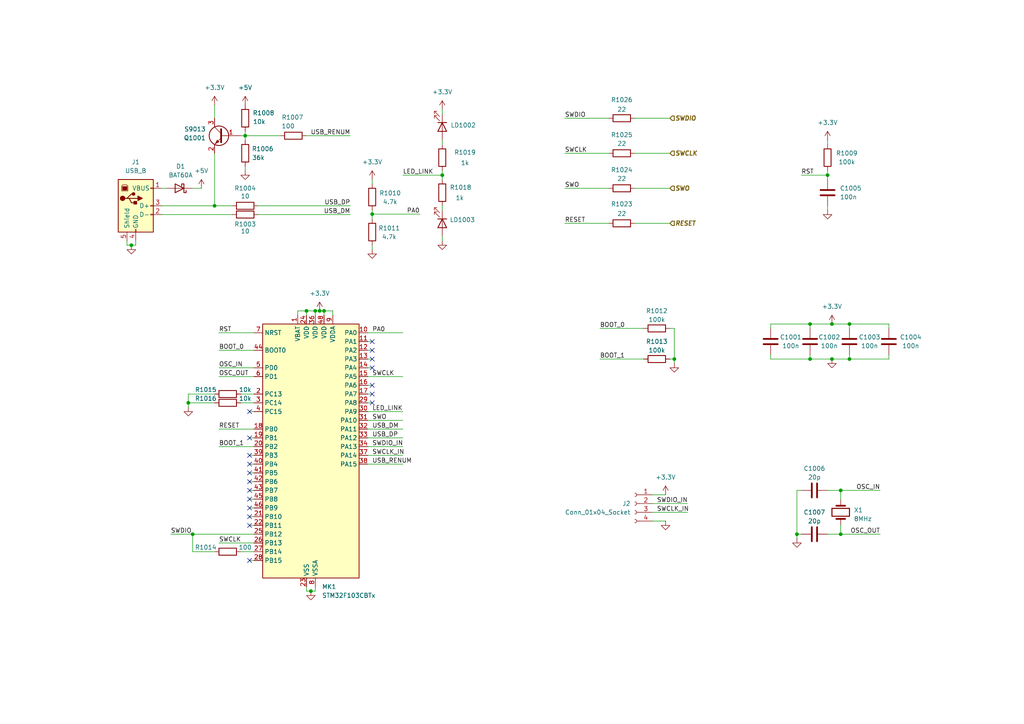
<source format=kicad_sch>
(kicad_sch (version 20250114) (generator "eeschema") (generator_version "9.0")
  (paper "A4")
  (title_block (date "2025-02-17") (comment 1 "STLINK V2.1") (comment 2 "Филимонов С.В.") (comment 3 "Семеренко Д.А.") (comment 4 "Тищенко Л.А."))
  (lib_symbols
    (symbol "Connector:Conn_01x04_Socket" (pin_names (offset 1.016) (hide yes))
      (property "Reference" "J" (at 0 5.08 0))
      (property "Value" "Conn_01x04_Socket" (at 0 -7.62 0))
      (symbol "Conn_01x04_Socket_1_1"
        (polyline (pts (xy -1.27 2.54) (xy -0.508 2.54)) (stroke (width 0.1524)))
        (polyline (pts (xy -1.27 0) (xy -0.508 0)) (stroke (width 0.1524)))
        (polyline (pts (xy -1.27 -2.54) (xy -0.508 -2.54)) (stroke (width 0.1524)))
        (polyline (pts (xy -1.27 -5.08) (xy -0.508 -5.08)) (stroke (width 0.1524)))
        (arc (start 0 2.032) (mid -0.5058 2.54) (end 0 3.048) (stroke (width 0.1524)))
        (arc (start 0 -0.508) (mid -0.5058 0) (end 0 0.508) (stroke (width 0.1524)))
        (arc (start 0 -3.048) (mid -0.5058 -2.54) (end 0 -2.032) (stroke (width 0.1524)))
        (arc (start 0 -5.588) (mid -0.5058 -5.08) (end 0 -4.572) (stroke (width 0.1524)))
        (pin passive line (at -5.08 2.54 0) (length 3.81) (name "Pin_1") (number "1"))
        (pin passive line (at -5.08 0 0) (length 3.81) (name "Pin_2") (number "2"))
        (pin passive line (at -5.08 -2.54 0) (length 3.81) (name "Pin_3") (number "3"))
        (pin passive line (at -5.08 -5.08 0) (length 3.81) (name "Pin_4") (number "4"))
      )
    )
    (symbol "Connector:USB_B" (pin_names (offset 1.016))
      (property "Reference" "J" (at -5.08 11.43 0))
      (property "Value" "USB_B" (at -5.08 8.89 0))
      (symbol "USB_B_0_1"
        (rectangle (start -5.08 -7.62) (end 5.08 7.62) (stroke (width 0.254)) (fill (type background)))
        (polyline (pts (xy -4.064 4.318) (xy -2.286 4.318) (xy -2.286 5.715) (xy -2.667 6.096) (xy -3.683 6.096) (xy -4.064 5.715) (xy -4.064 4.318)))
        (rectangle (start -3.81 5.588) (end -2.54 4.572) (fill (type outline)))
        (circle (center -3.81 2.159) (radius 0.635) (stroke (width 0.254)) (fill (type outline)))
        (polyline (pts (xy -3.175 2.159) (xy -2.54 2.159) (xy -1.27 3.429) (xy -0.635 3.429)) (stroke (width 0.254)))
        (polyline (pts (xy -2.54 2.159) (xy -1.905 2.159) (xy -1.27 0.889) (xy 0 0.889)) (stroke (width 0.254)))
        (polyline (pts (xy -1.905 2.159) (xy 0.635 2.159)) (stroke (width 0.254)))
        (circle (center -0.635 3.429) (radius 0.381) (stroke (width 0.254)) (fill (type outline)))
        (rectangle (start -0.127 -7.62) (end 0.127 -6.858))
        (rectangle (start 0.254 1.27) (end -0.508 0.508) (stroke (width 0.254)) (fill (type outline)))
        (polyline (pts (xy 0.635 2.794) (xy 0.635 1.524) (xy 1.905 2.159) (xy 0.635 2.794)) (stroke (width 0.254)) (fill (type outline)))
        (rectangle (start 5.08 4.953) (end 4.318 5.207))
        (rectangle (start 5.08 -0.127) (end 4.318 0.127))
        (rectangle (start 5.08 -2.667) (end 4.318 -2.413))
      )
      (symbol "USB_B_1_1"
        (pin passive line (at -2.54 -10.16 90) (length 2.54) (name "Shield") (number "5"))
        (pin power_out line (at 0 -10.16 90) (length 2.54) (name "GND") (number "4"))
        (pin power_out line (at 7.62 5.08 180) (length 2.54) (name "VBUS") (number "1"))
        (pin bidirectional line (at 7.62 0 180) (length 2.54) (name "D+") (number "3"))
        (pin bidirectional line (at 7.62 -2.54 180) (length 2.54) (name "D-") (number "2"))
      )
    )
    (symbol "Device:C" (pin_numbers (hide yes)) (pin_names (offset 0.254))
      (property "Reference" "C" (at 0.635 2.54 0))
      (property "Value" "C" (at 0.635 -2.54 0))
      (symbol "C_0_1"
        (polyline (pts (xy -2.032 0.762) (xy 2.032 0.762)) (stroke (width 0.508)))
        (polyline (pts (xy -2.032 -0.762) (xy 2.032 -0.762)) (stroke (width 0.508)))
      )
      (symbol "C_1_1"
        (pin passive line (at 0 3.81 270) (length 2.794) (name "~") (number "1"))
        (pin passive line (at 0 -3.81 90) (length 2.794) (name "~") (number "2"))
      )
    )
    (symbol "Device:Crystal" (pin_numbers (hide yes)) (pin_names (offset 1.016) (hide yes))
      (property "Reference" "Y" (at 0 3.81 0))
      (property "Value" "Crystal" (at 0 -3.81 0))
      (symbol "Crystal_0_1"
        (polyline (pts (xy -2.54 0) (xy -1.905 0)))
        (polyline (pts (xy -1.905 -1.27) (xy -1.905 1.27)) (stroke (width 0.508)))
        (rectangle (start -1.143 2.54) (end 1.143 -2.54) (stroke (width 0.3048)))
        (polyline (pts (xy 1.905 -1.27) (xy 1.905 1.27)) (stroke (width 0.508)))
        (polyline (pts (xy 2.54 0) (xy 1.905 0)))
      )
      (symbol "Crystal_1_1"
        (pin passive line (at -3.81 0 0) (length 1.27) (name "1") (number "1"))
        (pin passive line (at 3.81 0 180) (length 1.27) (name "2") (number "2"))
      )
    )
    (symbol "Device:LED" (pin_numbers (hide yes)) (pin_names (offset 1.016) (hide yes))
      (property "Reference" "D" (at 0 2.54 0))
      (property "Value" "LED" (at 0 -2.54 0))
      (symbol "LED_0_1"
        (polyline (pts (xy -3.048 -0.762) (xy -4.572 -2.286) (xy -3.81 -2.286) (xy -4.572 -2.286) (xy -4.572 -1.524)))
        (polyline (pts (xy -1.778 -0.762) (xy -3.302 -2.286) (xy -2.54 -2.286) (xy -3.302 -2.286) (xy -3.302 -1.524)))
        (polyline (pts (xy -1.27 0) (xy 1.27 0)))
        (polyline (pts (xy -1.27 -1.27) (xy -1.27 1.27)) (stroke (width 0.254)))
        (polyline (pts (xy 1.27 -1.27) (xy 1.27 1.27) (xy -1.27 0) (xy 1.27 -1.27)) (stroke (width 0.254)))
      )
      (symbol "LED_1_1"
        (pin passive line (at -3.81 0 0) (length 2.54) (name "K") (number "1"))
        (pin passive line (at 3.81 0 180) (length 2.54) (name "A") (number "2"))
      )
    )
    (symbol "Device:Q_NPN_BEC" (pin_names (offset 0) (hide yes))
      (property "Reference" "Q" (at 5.08 1.27 0))
      (property "Value" "Q_NPN_BEC" (at 5.08 -1.27 0))
      (symbol "Q_NPN_BEC_0_1"
        (polyline (pts (xy 0.635 1.905) (xy 0.635 -1.905) (xy 0.635 -1.905)) (stroke (width 0.508)))
        (polyline (pts (xy 0.635 0.635) (xy 2.54 2.54)))
        (polyline (pts (xy 0.635 -0.635) (xy 2.54 -2.54) (xy 2.54 -2.54)))
        (circle (center 1.27 0) (radius 2.8194) (stroke (width 0.254)))
        (polyline (pts (xy 1.27 -1.778) (xy 1.778 -1.27) (xy 2.286 -2.286) (xy 1.27 -1.778) (xy 1.27 -1.778)) (fill (type outline)))
      )
      (symbol "Q_NPN_BEC_1_1"
        (pin input line (at -5.08 0 0) (length 5.715) (name "B") (number "1"))
        (pin passive line (at 2.54 5.08 270) (length 2.54) (name "C") (number "3"))
        (pin passive line (at 2.54 -5.08 90) (length 2.54) (name "E") (number "2"))
      )
    )
    (symbol "Device:R" (pin_numbers (hide yes)) (pin_names (offset 0))
      (property "Reference" "R" (at 2.032 0 90))
      (property "Value" "R" (at 0 0 90))
      (symbol "R_0_1"
        (rectangle (start -1.016 -2.54) (end 1.016 2.54) (stroke (width 0.254)))
      )
      (symbol "R_1_1"
        (pin passive line (at 0 3.81 270) (length 1.27) (name "~") (number "1"))
        (pin passive line (at 0 -3.81 90) (length 1.27) (name "~") (number "2"))
      )
    )
    (symbol "Diode:BAT60A" (pin_numbers (hide yes)) (pin_names (offset 1.016) (hide yes))
      (property "Reference" "D" (at 0 2.54 0))
      (property "Value" "BAT60A" (at 0 -2.54 0))
      (symbol "BAT60A_0_1"
        (polyline (pts (xy -1.905 0.635) (xy -1.905 1.27) (xy -1.27 1.27) (xy -1.27 -1.27) (xy -0.635 -1.27) (xy -0.635 -0.635)) (stroke (width 0.254)))
        (polyline (pts (xy 1.27 1.27) (xy 1.27 -1.27) (xy -1.27 0) (xy 1.27 1.27)) (stroke (width 0.254)))
        (polyline (pts (xy 1.27 0) (xy -1.27 0)))
      )
      (symbol "BAT60A_1_1"
        (pin passive line (at -3.81 0 0) (length 2.54) (name "K") (number "1"))
        (pin passive line (at 3.81 0 180) (length 2.54) (name "A") (number "2"))
      )
    )
    (symbol "MCU_ST_STM32F1:STM32F103CBTx"
      (property "Reference" "U" (at -12.7 39.37 0))
      (property "Value" "STM32F103CBTx" (at 10.16 39.37 0))
      (symbol "STM32F103CBTx_0_1"
        (rectangle (start -12.7 -35.56) (end 15.24 38.1) (stroke (width 0.254)) (fill (type background)))
      )
      (symbol "STM32F103CBTx_1_1"
        (pin input line (at -15.24 35.56 0) (length 2.54) (name "NRST") (number "7"))
        (pin input line (at -15.24 30.48 0) (length 2.54) (name "BOOT0") (number "44"))
        (pin bidirectional line (at -15.24 25.4 0) (length 2.54) (name "PD0") (number "5"))
        (pin bidirectional line (at -15.24 22.86 0) (length 2.54) (name "PD1") (number "6"))
        (pin bidirectional line (at -15.24 17.78 0) (length 2.54) (name "PC13") (number "2"))
        (pin bidirectional line (at -15.24 15.24 0) (length 2.54) (name "PC14") (number "3"))
        (pin bidirectional line (at -15.24 12.7 0) (length 2.54) (name "PC15") (number "4"))
        (pin bidirectional line (at -15.24 7.62 0) (length 2.54) (name "PB0") (number "18"))
        (pin bidirectional line (at -15.24 5.08 0) (length 2.54) (name "PB1") (number "19"))
        (pin bidirectional line (at -15.24 2.54 0) (length 2.54) (name "PB2") (number "20"))
        (pin bidirectional line (at -15.24 0 0) (length 2.54) (name "PB3") (number "39"))
        (pin bidirectional line (at -15.24 -2.54 0) (length 2.54) (name "PB4") (number "40"))
        (pin bidirectional line (at -15.24 -5.08 0) (length 2.54) (name "PB5") (number "41"))
        (pin bidirectional line (at -15.24 -7.62 0) (length 2.54) (name "PB6") (number "42"))
        (pin bidirectional line (at -15.24 -10.16 0) (length 2.54) (name "PB7") (number "43"))
        (pin bidirectional line (at -15.24 -12.7 0) (length 2.54) (name "PB8") (number "45"))
        (pin bidirectional line (at -15.24 -15.24 0) (length 2.54) (name "PB9") (number "46"))
        (pin bidirectional line (at -15.24 -17.78 0) (length 2.54) (name "PB10") (number "21"))
        (pin bidirectional line (at -15.24 -20.32 0) (length 2.54) (name "PB11") (number "22"))
        (pin bidirectional line (at -15.24 -22.86 0) (length 2.54) (name "PB12") (number "25"))
        (pin bidirectional line (at -15.24 -25.4 0) (length 2.54) (name "PB13") (number "26"))
        (pin bidirectional line (at -15.24 -27.94 0) (length 2.54) (name "PB14") (number "27"))
        (pin bidirectional line (at -15.24 -30.48 0) (length 2.54) (name "PB15") (number "28"))
        (pin power_in line (at -2.54 40.64 270) (length 2.54) (name "VBAT") (number "1"))
        (pin power_in line (at 0 40.64 270) (length 2.54) (name "VDD") (number "24"))
        (pin power_in line (at 0 -38.1 90) (length 2.54) (name "VSS") (number "23"))
        (pin passive line (at 0 -38.1 90) (length 2.54) (hide yes) (name "VSS") (number "35"))
        (pin passive line (at 0 -38.1 90) (length 2.54) (hide yes) (name "VSS") (number "47"))
        (pin power_in line (at 2.54 40.64 270) (length 2.54) (name "VDD") (number "36"))
        (pin power_in line (at 2.54 -38.1 90) (length 2.54) (name "VSSA") (number "8"))
        (pin power_in line (at 5.08 40.64 270) (length 2.54) (name "VDD") (number "48"))
        (pin power_in line (at 7.62 40.64 270) (length 2.54) (name "VDDA") (number "9"))
        (pin bidirectional line (at 17.78 35.56 180) (length 2.54) (name "PA0") (number "10"))
        (pin bidirectional line (at 17.78 33.02 180) (length 2.54) (name "PA1") (number "11"))
        (pin bidirectional line (at 17.78 30.48 180) (length 2.54) (name "PA2") (number "12"))
        (pin bidirectional line (at 17.78 27.94 180) (length 2.54) (name "PA3") (number "13"))
        (pin bidirectional line (at 17.78 25.4 180) (length 2.54) (name "PA4") (number "14"))
        (pin bidirectional line (at 17.78 22.86 180) (length 2.54) (name "PA5") (number "15"))
        (pin bidirectional line (at 17.78 20.32 180) (length 2.54) (name "PA6") (number "16"))
        (pin bidirectional line (at 17.78 17.78 180) (length 2.54) (name "PA7") (number "17"))
        (pin bidirectional line (at 17.78 15.24 180) (length 2.54) (name "PA8") (number "29"))
        (pin bidirectional line (at 17.78 12.7 180) (length 2.54) (name "PA9") (number "30"))
        (pin bidirectional line (at 17.78 10.16 180) (length 2.54) (name "PA10") (number "31"))
        (pin bidirectional line (at 17.78 7.62 180) (length 2.54) (name "PA11") (number "32"))
        (pin bidirectional line (at 17.78 5.08 180) (length 2.54) (name "PA12") (number "33"))
        (pin bidirectional line (at 17.78 2.54 180) (length 2.54) (name "PA13") (number "34"))
        (pin bidirectional line (at 17.78 0 180) (length 2.54) (name "PA14") (number "37"))
        (pin bidirectional line (at 17.78 -2.54 180) (length 2.54) (name "PA15") (number "38"))
      )
    )
    (symbol "power:+3.3V" (power) (pin_numbers (hide yes)) (pin_names (offset 0) (hide yes))
      (property "Value" "+3.3V" (at 0 3.556 0))
      (symbol "+3.3V_0_1"
        (polyline (pts (xy -0.762 1.27) (xy 0 2.54)))
        (polyline (pts (xy 0 2.54) (xy 0.762 1.27)))
        (polyline (pts (xy 0 0) (xy 0 2.54)))
      )
      (symbol "+3.3V_1_1"
        (pin power_in line (at 0 0 90) (length 0) (name "~") (number "1"))
      )
    )
    (symbol "power:+5V" (power) (pin_numbers (hide yes)) (pin_names (offset 0) (hide yes))
      (property "Value" "+5V" (at 0 3.556 0))
      (symbol "+5V_0_1"
        (polyline (pts (xy -0.762 1.27) (xy 0 2.54)))
        (polyline (pts (xy 0 2.54) (xy 0.762 1.27)))
        (polyline (pts (xy 0 0) (xy 0 2.54)))
      )
      (symbol "+5V_1_1"
        (pin power_in line (at 0 0 90) (length 0) (name "~") (number "1"))
      )
    )
    (symbol "power:GND" (power) (pin_numbers (hide yes)) (pin_names (offset 0) (hide yes))
      (property "Value" "GND" (at 0 -3.81 0))
      (symbol "GND_0_1"
        (polyline (pts (xy 0 0) (xy 0 -1.27) (xy 1.27 -1.27) (xy 0 -2.54) (xy -1.27 -1.27) (xy 0 -1.27)))
      )
      (symbol "GND_1_1"
        (pin power_in line (at 0 0 270) (length 0) (name "~") (number "1"))
      )
    )
  )
  (junction (at 90.17 171.45))
  (junction (at 234.95 104.14))
  (junction (at 195.58 104.14))
  (junction (at 91.44 90.17))
  (junction (at 246.38 93.98))
  (junction (at 234.95 93.98))
  (junction (at 92.71 90.17))
  (junction (at 71.12 39.37))
  (junction (at 241.3 104.14))
  (junction (at 240.03 50.8))
  (junction (at 54.61 116.84))
  (junction (at 62.23 59.69))
  (junction (at 243.84 154.94))
  (junction (at 231.14 154.94))
  (junction (at 38.1 71.12))
  (junction (at 55.88 154.94))
  (junction (at 243.84 142.24))
  (junction (at 88.9 90.17))
  (junction (at 107.95 62.103))
  (junction (at 128.27 50.8))
  (junction (at 241.3 93.98))
  (junction (at 246.38 104.14))
  (junction (at 93.98 90.17))
  (no_connect (at 107.95 114.3))
  (no_connect (at 72.39 137.16))
  (no_connect (at 72.39 152.4))
  (no_connect (at 107.95 111.76))
  (no_connect (at 107.95 104.14))
  (no_connect (at 72.39 162.56))
  (no_connect (at 72.39 142.24))
  (no_connect (at 72.39 139.7))
  (no_connect (at 72.39 132.08))
  (no_connect (at 72.39 147.32))
  (no_connect (at 72.39 134.62))
  (no_connect (at 72.39 127))
  (no_connect (at 72.39 119.38))
  (no_connect (at 107.95 106.68))
  (no_connect (at 107.95 101.6))
  (no_connect (at 72.39 149.86))
  (no_connect (at 107.95 116.84))
  (no_connect (at 72.39 144.78))
  (no_connect (at 107.95 99.06))
  (wire (pts (xy 240.03 154.94) (xy 243.84 154.94)))
  (wire (pts (xy 36.83 69.85) (xy 36.83 71.12)))
  (wire (pts (xy 234.95 93.98) (xy 241.3 93.98)))
  (wire (pts (xy 86.36 90.17) (xy 86.36 91.44)))
  (wire (pts (xy 46.99 59.69) (xy 62.23 59.69)))
  (wire (pts (xy 189.23 148.59) (xy 199.39 148.59)))
  (wire (pts (xy 128.27 40.64) (xy 128.27 41.91)))
  (wire (pts (xy 72.39 139.7) (xy 73.66 139.7)))
  (wire (pts (xy 195.58 104.14) (xy 195.58 105.41)))
  (wire (pts (xy 231.14 154.94) (xy 231.14 156.21)))
  (wire (pts (xy 128.27 50.8) (xy 128.27 52.07)))
  (wire (pts (xy 128.27 59.69) (xy 128.27 60.96)))
  (wire (pts (xy 106.68 99.06) (xy 107.95 99.06)))
  (wire (pts (xy 246.38 104.14) (xy 257.81 104.14)))
  (wire (pts (xy 54.61 114.3) (xy 54.61 116.84)))
  (wire (pts (xy 106.68 119.38) (xy 116.84 119.38)))
  (wire (pts (xy 106.68 134.62) (xy 116.84 134.62)))
  (wire (pts (xy 128.27 49.53) (xy 128.27 50.8)))
  (wire (pts (xy 232.41 50.8) (xy 240.03 50.8)))
  (wire (pts (xy 72.39 162.56) (xy 73.66 162.56)))
  (wire (pts (xy 257.81 93.98) (xy 257.81 95.25)))
  (wire (pts (xy 116.84 50.8) (xy 128.27 50.8)))
  (wire (pts (xy 92.71 90.17) (xy 93.98 90.17)))
  (wire (pts (xy 106.68 127) (xy 116.84 127)))
  (wire (pts (xy 54.61 116.84) (xy 62.23 116.84)))
  (wire (pts (xy 72.39 119.38) (xy 73.66 119.38)))
  (wire (pts (xy 232.41 142.24) (xy 231.14 142.24)))
  (wire (pts (xy 106.68 104.14) (xy 107.95 104.14)))
  (wire (pts (xy 243.84 154.94) (xy 243.84 152.4)))
  (wire (pts (xy 91.44 170.18) (xy 91.44 171.45)))
  (wire (pts (xy 195.58 95.25) (xy 195.58 104.14)))
  (wire (pts (xy 88.9 90.17) (xy 91.44 90.17)))
  (wire (pts (xy 243.84 142.24) (xy 255.27 142.24)))
  (wire (pts (xy 240.03 50.8) (xy 240.03 52.07)))
  (wire (pts (xy 223.52 104.14) (xy 234.95 104.14)))
  (wire (pts (xy 163.83 44.45) (xy 176.53 44.45)))
  (wire (pts (xy 71.12 39.37) (xy 71.12 40.64)))
  (wire (pts (xy 163.83 64.77) (xy 176.53 64.77)))
  (wire (pts (xy 72.39 127) (xy 73.66 127)))
  (wire (pts (xy 69.85 160.02) (xy 73.66 160.02)))
  (wire (pts (xy 71.12 48.26) (xy 71.12 49.53)))
  (wire (pts (xy 69.85 114.3) (xy 73.66 114.3)))
  (wire (pts (xy 223.52 95.25) (xy 223.52 93.98)))
  (wire (pts (xy 107.95 62.103) (xy 107.95 63.5)))
  (wire (pts (xy 38.1 71.12) (xy 39.37 71.12)))
  (wire (pts (xy 257.81 104.14) (xy 257.81 102.87)))
  (wire (pts (xy 72.39 132.08) (xy 73.66 132.08)))
  (wire (pts (xy 91.44 90.17) (xy 92.71 90.17)))
  (wire (pts (xy 184.15 54.61) (xy 194.31 54.61)))
  (wire (pts (xy 93.98 90.17) (xy 96.52 90.17)))
  (wire (pts (xy 173.99 104.14) (xy 186.69 104.14)))
  (wire (pts (xy 96.52 90.17) (xy 96.52 91.44)))
  (wire (pts (xy 189.23 143.51) (xy 193.04 143.51)))
  (wire (pts (xy 54.61 116.84) (xy 54.61 118.11)))
  (wire (pts (xy 106.68 109.22) (xy 116.84 109.22)))
  (wire (pts (xy 106.68 116.84) (xy 107.95 116.84)))
  (wire (pts (xy 72.39 142.24) (xy 73.66 142.24)))
  (wire (pts (xy 189.23 146.05) (xy 199.39 146.05)))
  (wire (pts (xy 72.39 134.62) (xy 73.66 134.62)))
  (wire (pts (xy 106.68 114.3) (xy 107.95 114.3)))
  (wire (pts (xy 194.31 95.25) (xy 195.58 95.25)))
  (wire (pts (xy 234.95 102.87) (xy 234.95 104.14)))
  (wire (pts (xy 234.95 104.14) (xy 241.3 104.14)))
  (wire (pts (xy 63.5 124.46) (xy 73.66 124.46)))
  (wire (pts (xy 74.93 62.23) (xy 101.6 62.23)))
  (wire (pts (xy 90.17 171.45) (xy 91.44 171.45)))
  (wire (pts (xy 223.52 93.98) (xy 234.95 93.98)))
  (wire (pts (xy 71.12 38.1) (xy 71.12 39.37)))
  (wire (pts (xy 86.36 90.17) (xy 88.9 90.17)))
  (wire (pts (xy 69.85 116.84) (xy 73.66 116.84)))
  (wire (pts (xy 241.3 104.14) (xy 246.38 104.14)))
  (wire (pts (xy 106.68 101.6) (xy 107.95 101.6)))
  (wire (pts (xy 128.27 31.75) (xy 128.27 33.02)))
  (wire (pts (xy 246.38 102.87) (xy 246.38 104.14)))
  (wire (pts (xy 69.85 39.37) (xy 71.12 39.37)))
  (wire (pts (xy 63.5 101.6) (xy 73.66 101.6)))
  (wire (pts (xy 106.68 124.46) (xy 116.84 124.46)))
  (wire (pts (xy 106.68 121.92) (xy 116.84 121.92)))
  (wire (pts (xy 184.15 44.45) (xy 194.31 44.45)))
  (wire (pts (xy 36.83 71.12) (xy 38.1 71.12)))
  (wire (pts (xy 184.15 34.29) (xy 194.31 34.29)))
  (wire (pts (xy 240.03 49.53) (xy 240.03 50.8)))
  (wire (pts (xy 184.15 64.77) (xy 194.31 64.77)))
  (wire (pts (xy 107.95 60.96) (xy 107.95 62.103)))
  (wire (pts (xy 46.99 62.23) (xy 67.31 62.23)))
  (wire (pts (xy 121.793 62.103) (xy 107.95 62.103)))
  (wire (pts (xy 63.5 157.48) (xy 73.66 157.48)))
  (wire (pts (xy 231.14 154.94) (xy 232.41 154.94)))
  (wire (pts (xy 223.52 102.87) (xy 223.52 104.14)))
  (wire (pts (xy 88.9 170.18) (xy 88.9 171.45)))
  (wire (pts (xy 106.68 132.08) (xy 116.84 132.08)))
  (wire (pts (xy 88.9 171.45) (xy 90.17 171.45)))
  (wire (pts (xy 241.3 93.98) (xy 246.38 93.98)))
  (wire (pts (xy 240.03 40.64) (xy 240.03 41.91)))
  (wire (pts (xy 63.5 129.54) (xy 73.66 129.54)))
  (wire (pts (xy 74.93 59.69) (xy 101.6 59.69)))
  (wire (pts (xy 91.44 90.17) (xy 91.44 91.44)))
  (wire (pts (xy 243.84 142.24) (xy 243.84 144.78)))
  (wire (pts (xy 63.5 109.22) (xy 73.66 109.22)))
  (wire (pts (xy 55.88 154.94) (xy 55.88 160.02)))
  (wire (pts (xy 88.9 39.37) (xy 101.6 39.37)))
  (wire (pts (xy 106.68 111.76) (xy 107.95 111.76)))
  (wire (pts (xy 128.27 68.58) (xy 128.27 69.85)))
  (wire (pts (xy 240.03 142.24) (xy 243.84 142.24)))
  (wire (pts (xy 39.37 69.85) (xy 39.37 71.12)))
  (wire (pts (xy 246.38 93.98) (xy 257.81 93.98)))
  (wire (pts (xy 106.68 96.52) (xy 116.84 96.52)))
  (wire (pts (xy 106.68 129.54) (xy 116.84 129.54)))
  (wire (pts (xy 63.5 106.68) (xy 73.66 106.68)))
  (wire (pts (xy 88.9 90.17) (xy 88.9 91.44)))
  (wire (pts (xy 163.83 34.29) (xy 176.53 34.29)))
  (wire (pts (xy 55.88 54.61) (xy 58.42 54.61)))
  (wire (pts (xy 231.14 142.24) (xy 231.14 154.94)))
  (wire (pts (xy 107.95 71.12) (xy 107.95 72.39)))
  (wire (pts (xy 46.99 54.61) (xy 48.26 54.61)))
  (wire (pts (xy 246.38 93.98) (xy 246.38 95.25)))
  (wire (pts (xy 240.03 59.69) (xy 240.03 60.96)))
  (wire (pts (xy 55.88 154.94) (xy 73.66 154.94)))
  (wire (pts (xy 189.23 151.13) (xy 193.04 151.13)))
  (wire (pts (xy 54.61 114.3) (xy 62.23 114.3)))
  (wire (pts (xy 72.39 137.16) (xy 73.66 137.16)))
  (wire (pts (xy 107.95 52.07) (xy 107.95 53.34)))
  (wire (pts (xy 72.39 147.32) (xy 73.66 147.32)))
  (wire (pts (xy 72.39 152.4) (xy 73.66 152.4)))
  (wire (pts (xy 62.23 59.69) (xy 67.31 59.69)))
  (wire (pts (xy 93.98 90.17) (xy 93.98 91.44)))
  (wire (pts (xy 173.99 95.25) (xy 186.69 95.25)))
  (wire (pts (xy 243.84 154.94) (xy 255.27 154.94)))
  (wire (pts (xy 55.88 160.02) (xy 62.23 160.02)))
  (wire (pts (xy 163.83 54.61) (xy 176.53 54.61)))
  (wire (pts (xy 234.95 93.98) (xy 234.95 95.25)))
  (wire (pts (xy 62.23 30.48) (xy 62.23 34.29)))
  (wire (pts (xy 63.5 96.52) (xy 73.66 96.52)))
  (wire (pts (xy 49.53 154.94) (xy 55.88 154.94)))
  (wire (pts (xy 72.39 144.78) (xy 73.66 144.78)))
  (wire (pts (xy 106.68 106.68) (xy 107.95 106.68)))
  (wire (pts (xy 62.23 44.45) (xy 62.23 59.69)))
  (wire (pts (xy 71.12 39.37) (xy 81.28 39.37)))
  (wire (pts (xy 72.39 149.86) (xy 73.66 149.86)))
  (wire (pts (xy 194.31 104.14) (xy 195.58 104.14)))
  (label "SWCLK_IN" (at 190.5 148.59 0))
  (label "SWCLK" (at 63.5 157.48 0))
  (label "OSC_OUT" (at 63.5 109.22 0))
  (label "USB_DP" (at 107.95 127 0))
  (label "RESET" (at 63.5 124.46 0))
  (label "OSC_OUT" (at 255.27 154.94 180))
  (label "PA0" (at 107.95 96.52 0))
  (label "RESET" (at 163.83 64.77 0))
  (label "USB_RENUM" (at 101.6 39.37 180))
  (label "RST" (at 63.5 96.52 0))
  (label "BOOT_0" (at 173.99 95.25 0))
  (label "USB_DM" (at 101.6 62.23 180))
  (label "RST" (at 232.41 50.8 0))
  (label "BOOT_1" (at 173.99 104.14 0))
  (label "SWDIO" (at 49.53 154.94 0))
  (label "SWCLK" (at 107.95 109.22 0))
  (label "SWDIO_IN" (at 107.95 129.54 0))
  (label "LED_LINK" (at 116.84 50.8 0))
  (label "USB_DM" (at 107.95 124.46 0))
  (label "OSC_IN" (at 255.27 142.24 180))
  (label "SWCLK_IN" (at 107.95 132.08 0))
  (label "SWDIO" (at 163.83 34.29 0))
  (label "OSC_IN" (at 63.5 106.68 0))
  (label "SWO" (at 163.83 54.61 0))
  (label "USB_RENUM" (at 107.95 134.62 0))
  (label "LED_LINK" (at 107.95 119.38 0))
  (label "BOOT_0" (at 63.5 101.6 0))
  (label "USB_DP" (at 101.6 59.69 180))
  (label "PA0" (at 117.983 62.103 0))
  (label "SWO" (at 107.95 121.92 0))
  (label "SWCLK" (at 163.83 44.45 0))
  (label "SWDIO_IN" (at 190.5 146.05 0))
  (label "BOOT_1" (at 63.5 129.54 0))
  (hierarchical_label "RESET" (shape input) (at 194.31 64.77 0) (effects (font (bold yes) (italic yes))))
  (hierarchical_label "SWO" (shape input) (at 194.31 54.61 0) (effects (font (bold yes) (italic yes))))
  (hierarchical_label "SWDIO" (shape input) (at 194.31 34.29 0) (effects (font (bold yes) (italic yes))))
  (hierarchical_label "SWCLK" (shape input) (at 194.31 44.45 0) (effects (font (bold yes) (italic yes))))
  (symbol (lib_id "Connector:Conn_01x04_Socket") (at 184.15 146.05 0) (mirror y) (unit 1)
    (property "Reference" "J2" (at 182.88 146.0499 0) (effects (justify left)))
    (property "Value" "Conn_01x04_Socket" (at 182.88 148.5899 0) (effects (justify left)))
    (property "Description" "Generic connector, single row, 01x04, script generated" (effects (hide yes)))
  )
  (symbol (lib_id "Connector:USB_B") (at 39.37 59.69 0) (unit 1)
    (property "Reference" "J1" (at 39.37 46.99 0))
    (property "Value" "USB_B" (at 39.37 49.53 0))
    (property "Footprint" "Connector_USB:USB_B_OST_USB-B1HSxx_Horizontal" (effects (hide yes)))
    (property "Description" "USB Type B connector" (effects (hide yes)))
  )
  (symbol (lib_id "power:+3.3V") (at 240.03 40.64 0) (unit 1)
    (property "Reference" "#PWR022" (effects (hide yes)))
    (property "Value" "+3.3V" (at 240.03 35.56 0))
    (property "Description" "Power symbol creates a global label with name \"+3.3V\"" (effects (hide yes)))
  )
  (symbol (lib_id "Device:C") (at 236.22 154.94 90) (unit 1)
    (property "Reference" "C1007" (at 236.22 148.59 90))
    (property "Value" "20p" (at 236.22 151.13 90))
    (property "Footprint" "Capacitor_SMD:C_1206_3216Metric_Pad1.33x1.80mm_HandSolder" (effects (hide yes)))
  )
  (symbol (lib_id "Device:R") (at 71.12 34.29 180) (unit 1)
    (property "Reference" "R1008" (at 76.454 32.766 0))
    (property "Value" "10k" (at 75.184 35.306 0))
    (property "Footprint" "Resistor_SMD:R_1206_3216Metric_Pad1.30x1.75mm_HandSolder" (effects (hide yes)))
  )
  (symbol (lib_id "power:+5V") (at 71.12 30.48 0) (unit 1)
    (property "Reference" "#PWR010" (effects (hide yes)))
    (property "Value" "+5V" (at 71.12 25.4 0))
    (property "Description" "Power symbol creates a global label with name \"+5V\"" (effects (hide yes)))
  )
  (symbol (lib_id "Device:R") (at 66.04 160.02 90) (unit 1)
    (property "Reference" "R1014" (at 59.69 158.75 90))
    (property "Value" "100" (at 71.12 158.75 90))
    (property "Footprint" "Resistor_SMD:R_1206_3216Metric_Pad1.30x1.75mm_HandSolder" (effects (hide yes)))
  )
  (symbol (lib_id "power:+3.3V") (at 241.3 93.98 0) (unit 1)
    (property "Reference" "#PWR020" (effects (hide yes)))
    (property "Value" "+3.3V" (at 241.3 88.9 0))
    (property "Description" "Power symbol creates a global label with name \"+3.3V\"" (effects (hide yes)))
  )
  (symbol (lib_id "Device:R") (at 107.95 67.31 0) (unit 1)
    (property "Reference" "R1011" (at 112.903 66.167 0))
    (property "Value" "4.7k" (at 112.903 68.707 0))
    (property "Footprint" "Resistor_SMD:R_1206_3216Metric_Pad1.30x1.75mm_HandSolder" (effects (hide yes)))
  )
  (symbol (lib_id "power:+3.3V") (at 62.23 30.48 0) (unit 1)
    (property "Reference" "#PWR011" (effects (hide yes)))
    (property "Value" "+3.3V" (at 62.23 25.4 0))
    (property "Description" "Power symbol creates a global label with name \"+3.3V\"" (effects (hide yes)))
  )
  (symbol (lib_id "power:GND") (at 107.95 72.39 0) (unit 1)
    (property "Reference" "#PWR017" (effects (hide yes)))
    (property "Value" "GND" (effects (hide yes)))
    (property "Description" "Power symbol creates a global label with name \"GND\" , ground" (effects (hide yes)))
  )
  (symbol (lib_id "power:GND") (at 128.27 69.85 0) (unit 1)
    (property "Reference" "#PWR015" (effects (hide yes)))
    (property "Value" "GND" (effects (hide yes)))
    (property "Description" "Power symbol creates a global label with name \"GND\" , ground" (effects (hide yes)))
  )
  (symbol (lib_id "Device:R") (at 66.04 114.3 90) (unit 1)
    (property "Reference" "R1015" (at 59.69 113.03 90))
    (property "Value" "10k" (at 71.12 113.03 90))
    (property "Footprint" "Resistor_SMD:R_1206_3216Metric_Pad1.30x1.75mm_HandSolder" (effects (hide yes)))
  )
  (symbol (lib_id "Device:R") (at 71.12 62.23 90) (unit 1)
    (property "Reference" "R1003" (at 71.12 65.024 90))
    (property "Value" "10" (at 71.12 67.056 90))
    (property "Footprint" "Resistor_SMD:R_1206_3216Metric_Pad1.30x1.75mm_HandSolder" (effects (hide yes)))
  )
  (symbol (lib_id "power:GND") (at 231.14 156.21 0) (unit 1)
    (property "Reference" "#PWR018" (effects (hide yes)))
    (property "Value" "GND" (effects (hide yes)))
    (property "Description" "Power symbol creates a global label with name \"GND\" , ground" (effects (hide yes)))
  )
  (symbol (lib_id "power:GND") (at 195.58 105.41 0) (unit 1)
    (property "Reference" "#PWR019" (effects (hide yes)))
    (property "Value" "GND" (effects (hide yes)))
    (property "Description" "Power symbol creates a global label with name \"GND\" , ground" (effects (hide yes)))
  )
  (symbol (lib_id "Device:R") (at 85.09 39.37 90) (unit 1)
    (property "Reference" "R1007" (at 84.836 34.036 90))
    (property "Value" "100" (at 83.566 36.576 90))
    (property "Footprint" "Resistor_SMD:R_1206_3216Metric_Pad1.30x1.75mm_HandSolder" (effects (hide yes)))
  )
  (symbol (lib_id "Device:R") (at 180.34 64.77 90) (unit 1)
    (property "Reference" "R1023" (at 180.34 59.182 90))
    (property "Value" "22" (at 180.34 61.976 90))
    (property "Footprint" "Resistor_SMD:R_1206_3216Metric_Pad1.30x1.75mm_HandSolder" (effects (hide yes)))
  )
  (symbol (lib_id "Device:LED") (at 128.27 36.83 270) (unit 1)
    (property "Reference" "LD1002" (at 134.366 36.322 90))
    (property "Value" "RED" (effects (hide yes)))
    (property "Footprint" "LED_SMD:LED_1206_3216Metric_Pad1.42x1.75mm_HandSolder" (effects (hide yes)))
  )
  (symbol (lib_id "Device:C") (at 246.38 99.06 180) (unit 1)
    (property "Reference" "C1003" (at 252.222 97.79 0))
    (property "Value" "100n" (at 252.222 100.33 0))
    (property "Footprint" "Capacitor_SMD:C_1206_3216Metric_Pad1.33x1.80mm_HandSolder" (effects (hide yes)))
  )
  (symbol (lib_id "Device:R") (at 128.27 45.72 0) (unit 1)
    (property "Reference" "R1019" (at 134.874 44.196 0))
    (property "Value" "1k" (at 134.874 47.244 0))
    (property "Footprint" "Resistor_SMD:R_1206_3216Metric_Pad1.30x1.75mm_HandSolder" (effects (hide yes)))
  )
  (symbol (lib_id "power:GND") (at 38.1 71.12 0) (unit 1)
    (property "Reference" "#PWR013" (effects (hide yes)))
    (property "Value" "GND" (effects (hide yes)))
    (property "Description" "Power symbol creates a global label with name \"GND\" , ground" (effects (hide yes)))
  )
  (symbol (lib_id "power:+3.3V") (at 92.71 90.17 0) (unit 1)
    (property "Reference" "#PWR026" (effects (hide yes)))
    (property "Value" "+3.3V" (at 92.71 85.09 0))
    (property "Description" "Power symbol creates a global label with name \"+3.3V\"" (effects (hide yes)))
  )
  (symbol (lib_id "Device:R") (at 180.34 34.29 90) (unit 1)
    (property "Reference" "R1026" (at 180.34 28.956 90))
    (property "Value" "22" (at 180.34 31.75 90))
    (property "Footprint" "Resistor_SMD:R_1206_3216Metric_Pad1.30x1.75mm_HandSolder" (effects (hide yes)))
  )
  (symbol (lib_id "power:GND") (at 90.17 171.45 0) (unit 1)
    (property "Reference" "#PWR027" (effects (hide yes)))
    (property "Value" "GND" (effects (hide yes)))
    (property "Description" "Power symbol creates a global label with name \"GND\" , ground" (effects (hide yes)))
  )
  (symbol (lib_id "power:GND") (at 240.03 60.96 0) (unit 1)
    (property "Reference" "#PWR023" (effects (hide yes)))
    (property "Value" "GND" (effects (hide yes)))
    (property "Description" "Power symbol creates a global label with name \"GND\" , ground" (effects (hide yes)))
  )
  (symbol (lib_id "Device:R") (at 71.12 59.69 90) (unit 1)
    (property "Reference" "R1004" (at 71.12 54.61 90))
    (property "Value" "10" (at 71.12 56.896 90))
    (property "Footprint" "Resistor_SMD:R_1206_3216Metric_Pad1.30x1.75mm_HandSolder" (effects (hide yes)))
  )
  (symbol (lib_id "Device:C") (at 257.81 99.06 180) (unit 1)
    (property "Reference" "C1004" (at 264.16 97.79 0))
    (property "Value" "100n" (at 264.16 100.33 0))
    (property "Footprint" "Capacitor_SMD:C_1206_3216Metric_Pad1.33x1.80mm_HandSolder" (effects (hide yes)))
  )
  (symbol (lib_id "Device:R") (at 71.12 44.45 0) (unit 1)
    (property "Reference" "R1006" (at 76.2 43.18 0))
    (property "Value" "36k" (at 74.93 45.72 0))
    (property "Footprint" "Resistor_SMD:R_1206_3216Metric_Pad1.30x1.75mm_HandSolder" (effects (hide yes)))
  )
  (symbol (lib_id "Device:Crystal") (at 243.84 148.59 90) (unit 1)
    (property "Reference" "X1" (at 247.65 147.955 90) (effects (justify right)))
    (property "Value" "8MHz" (at 247.65 150.495 90) (effects (justify right)))
    (property "Footprint" "Crystal:Crystal_HC49-U_Vertical" (effects (hide yes)))
  )
  (symbol (lib_id "Device:C") (at 236.22 142.24 90) (unit 1)
    (property "Reference" "C1006" (at 236.22 135.89 90))
    (property "Value" "20p" (at 236.22 138.43 90))
    (property "Footprint" "Capacitor_SMD:C_1206_3216Metric_Pad1.33x1.80mm_HandSolder" (effects (hide yes)))
  )
  (symbol (lib_id "power:+5V") (at 58.42 54.61 0) (unit 1)
    (property "Reference" "#PWR012" (effects (hide yes)))
    (property "Value" "+5V" (at 58.42 49.53 0))
    (property "Description" "Power symbol creates a global label with name \"+5V\"" (effects (hide yes)))
  )
  (symbol (lib_id "power:GND") (at 54.61 118.11 0) (unit 1)
    (property "Reference" "#PWR028" (effects (hide yes)))
    (property "Value" "GND" (effects (hide yes)))
    (property "Description" "Power symbol creates a global label with name \"GND\" , ground" (effects (hide yes)))
  )
  (symbol (lib_id "power:GND") (at 241.3 104.14 0) (unit 1)
    (property "Reference" "#PWR021" (effects (hide yes)))
    (property "Value" "GND" (effects (hide yes)))
    (property "Description" "Power symbol creates a global label with name \"GND\" , ground" (effects (hide yes)))
  )
  (symbol (lib_id "power:+3.3V") (at 107.95 52.07 0) (unit 1)
    (property "Reference" "#PWR016" (effects (hide yes)))
    (property "Value" "+3.3V" (at 107.95 46.99 0))
    (property "Description" "Power symbol creates a global label with name \"+3.3V\"" (effects (hide yes)))
  )
  (symbol (lib_id "Device:R") (at 190.5 104.14 90) (unit 1)
    (property "Reference" "R1013" (at 190.5 99.06 90))
    (property "Value" "100k" (at 190.5 101.6 90))
    (property "Footprint" "Resistor_SMD:R_1206_3216Metric_Pad1.30x1.75mm_HandSolder" (effects (hide yes)))
  )
  (symbol (lib_id "Device:R") (at 180.34 54.61 90) (unit 1)
    (property "Reference" "R1024" (at 180.34 49.276 90))
    (property "Value" "22" (at 180.34 51.816 90))
    (property "Footprint" "Resistor_SMD:R_1206_3216Metric_Pad1.30x1.75mm_HandSolder" (effects (hide yes)))
  )
  (symbol (lib_id "Device:LED") (at 128.27 64.77 270) (unit 1)
    (property "Reference" "LD1003" (at 134.112 63.754 90))
    (property "Value" "GREEN" (effects (hide yes)))
    (property "Footprint" "LED_SMD:LED_1206_3216Metric_Pad1.42x1.75mm_HandSolder" (effects (hide yes)))
  )
  (symbol (lib_id "power:+3.3V") (at 193.04 143.51 0) (unit 1)
    (property "Reference" "#PWR025" (effects (hide yes)))
    (property "Value" "+3.3V" (at 193.04 138.43 0))
    (property "Description" "Power symbol creates a global label with name \"+3.3V\"" (effects (hide yes)))
  )
  (symbol (lib_id "Device:R") (at 66.04 116.84 90) (unit 1)
    (property "Reference" "R1016" (at 59.69 115.57 90))
    (property "Value" "10k" (at 71.12 115.57 90))
    (property "Footprint" "Resistor_SMD:R_1206_3216Metric_Pad1.30x1.75mm_HandSolder" (effects (hide yes)))
  )
  (symbol (lib_id "Device:R") (at 128.27 55.88 0) (unit 1)
    (property "Reference" "R1018" (at 133.604 54.356 0))
    (property "Value" "1k" (at 133.35 57.404 0))
    (property "Footprint" "Resistor_SMD:R_1206_3216Metric_Pad1.30x1.75mm_HandSolder" (effects (hide yes)))
  )
  (symbol (lib_id "Device:Q_NPN_BEC") (at 64.77 39.37 0) (mirror y) (unit 1)
    (property "Reference" "Q1001" (at 59.69 40.005 0) (effects (justify left)))
    (property "Value" "S9013" (at 59.69 37.465 0) (effects (justify left)))
    (property "Footprint" "Package_TO_SOT_SMD:SOT-23" (effects (hide yes)))
    (property "Datasheet" "https://static.chipdip.ru/lib/300/DOC021300512.pdf" (effects (hide yes)))
  )
  (symbol (lib_id "Device:R") (at 190.5 95.25 90) (unit 1)
    (property "Reference" "R1012" (at 190.5 90.17 90))
    (property "Value" "100k" (at 190.5 92.71 90))
    (property "Footprint" "Resistor_SMD:R_1206_3216Metric_Pad1.30x1.75mm_HandSolder" (effects (hide yes)))
  )
  (symbol (lib_id "power:GND") (at 71.12 49.53 0) (unit 1)
    (property "Reference" "#PWR09" (effects (hide yes)))
    (property "Value" "GND" (effects (hide yes)))
    (property "Description" "Power symbol creates a global label with name \"GND\" , ground" (effects (hide yes)))
  )
  (symbol (lib_id "Device:R") (at 107.95 57.15 0) (unit 1)
    (property "Reference" "R1010" (at 113.157 56.007 0))
    (property "Value" "4.7k" (at 113.157 58.547 0))
    (property "Footprint" "Resistor_SMD:R_1206_3216Metric_Pad1.30x1.75mm_HandSolder" (effects (hide yes)))
  )
  (symbol (lib_id "Device:C") (at 240.03 55.88 0) (unit 1)
    (property "Reference" "C1005" (at 243.586 54.61 0) (effects (justify left)))
    (property "Value" "100n" (at 243.586 57.15 0) (effects (justify left)))
    (property "Footprint" "Capacitor_SMD:C_1206_3216Metric_Pad1.33x1.80mm_HandSolder" (effects (hide yes)))
  )
  (symbol (lib_id "Device:R") (at 240.03 45.72 0) (unit 1)
    (property "Reference" "R1009" (at 245.618 44.45 0))
    (property "Value" "100k" (at 245.618 46.99 0))
    (property "Footprint" "Resistor_SMD:R_1206_3216Metric_Pad1.30x1.75mm_HandSolder" (effects (hide yes)))
  )
  (symbol (lib_id "Device:C") (at 234.95 99.06 180) (unit 1)
    (property "Reference" "C1002" (at 240.538 97.79 0))
    (property "Value" "100n" (at 240.538 100.33 0))
    (property "Footprint" "Capacitor_SMD:C_1206_3216Metric_Pad1.33x1.80mm_HandSolder" (effects (hide yes)))
  )
  (symbol (lib_id "Diode:BAT60A") (at 52.07 54.61 180) (unit 1)
    (property "Reference" "D1" (at 52.3875 48.26 0))
    (property "Value" "BAT60A" (at 52.3875 50.8 0))
    (property "Footprint" "Diode_SMD:D_SOD-323" (effects (hide yes)))
    (property "Datasheet" "https://www.infineon.com/dgdl/Infineon-BAT60ASERIES-DS-v01_01-en.pdf?fileId=db3a304313d846880113def70c9304a9" (effects (hide yes)))
    (property "Description" "10V 3A High Current Recitifier Schottky Diode, SOD-323" (effects (hide yes)))
  )
  (symbol (lib_id "MCU_ST_STM32F1:STM32F103CBTx") (at 88.9 132.08 0) (unit 1)
    (property "Reference" "MK1" (at 93.3959 170.18 0) (effects (justify left)))
    (property "Value" "STM32F103CBTx" (at 93.3959 172.72 0) (effects (justify left)))
    (property "Footprint" "Package_QFP:LQFP-48_7x7mm_P0.5mm" (effects (hide yes)))
    (property "Datasheet" "https://www.st.com/resource/en/datasheet/stm32f103cb.pdf" (effects (hide yes)))
  )
  (symbol (lib_id "power:GND") (at 193.04 151.13 0) (unit 1)
    (property "Reference" "#PWR024" (effects (hide yes)))
    (property "Value" "GND" (effects (hide yes)))
    (property "Description" "Power symbol creates a global label with name \"GND\" , ground" (effects (hide yes)))
  )
  (symbol (lib_id "power:+3.3V") (at 128.27 31.75 0) (unit 1)
    (property "Reference" "#PWR014" (effects (hide yes)))
    (property "Value" "+3.3V" (at 128.27 26.67 0))
    (property "Description" "Power symbol creates a global label with name \"+3.3V\"" (effects (hide yes)))
  )
  (symbol (lib_id "Device:C") (at 223.52 99.06 180) (unit 1)
    (property "Reference" "C1001" (at 229.362 97.79 0))
    (property "Value" "100n" (at 229.362 100.33 0))
    (property "Footprint" "Capacitor_SMD:C_1206_3216Metric_Pad1.33x1.80mm_HandSolder" (effects (hide yes)))
  )
  (symbol (lib_id "Device:R") (at 180.34 44.45 90) (unit 1)
    (property "Reference" "R1025" (at 180.34 39.116 90))
    (property "Value" "22" (at 180.34 41.656 90))
    (property "Footprint" "Resistor_SMD:R_1206_3216Metric_Pad1.30x1.75mm_HandSolder" (effects (hide yes)))
  )
)
</source>
